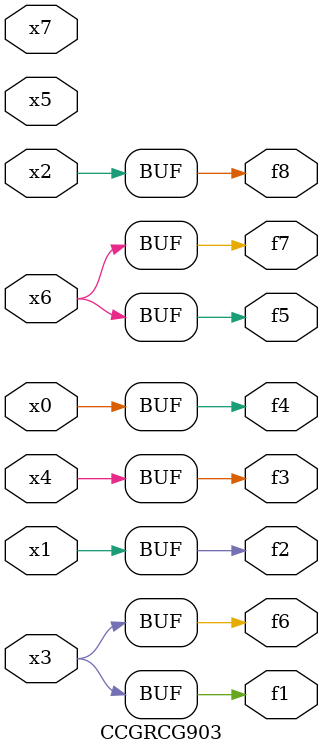
<source format=v>
module CCGRCG903(
	input x0, x1, x2, x3, x4, x5, x6, x7,
	output f1, f2, f3, f4, f5, f6, f7, f8
);
	assign f1 = x3;
	assign f2 = x1;
	assign f3 = x4;
	assign f4 = x0;
	assign f5 = x6;
	assign f6 = x3;
	assign f7 = x6;
	assign f8 = x2;
endmodule

</source>
